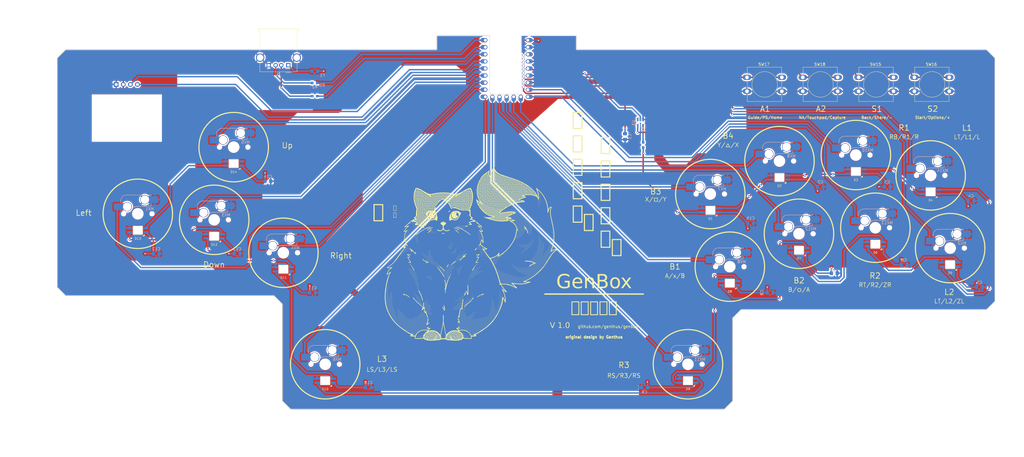
<source format=kicad_pcb>
(kicad_pcb (version 20221018) (generator pcbnew)
  (layers (0 "F.Cu" signal) (31 "B.Cu" signal) (34 "B.Paste" user) (35 "F.Paste" user) (36 "B.SilkS" user "B.Silkscreen") (37 "F.SilkS" user "F.Silkscreen") (38 "B.Mask" user) (39 "F.Mask" user) (44 "Edge.Cuts" user))
  (net 0 "")
  (net 1 "LEFT")
  (net 2 "GND")
  (net 3 "L2")
  (net 4 "DOWN")
  (net 5 "RIGHT")
  (net 6 "UP")
  (net 7 "L3")
  (net 8 "B3")
  (net 9 "B1")
  (net 10 "B4")
  (net 11 "R1")
  (net 12 "R3")
  (net 13 "B2")
  (net 14 "R2")
  (net 15 "L1")
  (net 16 "A2")
  (net 17 "A1")
  (net 18 "S2")
  (net 19 "S1")
  (net 20 "+5V")
  (net 21 "OLED SCL")
  (net 22 "OLED SDA")
  (net 24 "Net-(D1-DIN)")
  (net 25 "Net-(D1-DOUT)")
  (net 26 "Net-(D2-DOUT)")
  (net 27 "Net-(D3-DOUT)")
  (net 28 "Net-(D4-DOUT)")
  (net 29 "Net-(D5-DOUT)")
  (net 30 "Net-(D6-DOUT)")
  (net 31 "Net-(D7-DOUT)")
  (net 32 "Net-(D8-DOUT)")
  (net 33 "Net-(D10-DIN)")
  (net 34 "Net-(D10-DOUT)")
  (net 35 "Net-(D11-DOUT)")
  (net 36 "Net-(D12-DOUT)")
  (net 37 "Net-(D13-DOUT)")
  (net 39 "Net-(J1-VBUS)")
  (net 40 "Net-(J1-D-)")
  (net 41 "Net-(J1-D+)")
  (net 42 "USBA D-")
  (net 43 "USBA D+")
  (net 44 "Net-(U3-Y)")
  (net 45 "RGB LED")
  (footprint "haku:SK6812-MINI-E_MX" (layer "F.Cu") (at 364.528 91.93503)
    (fp_text reference "D4")
    (fp_text value "SK6812" hide)
    (fp_line (start -1.7 4.4) (end -1.7 7.4) (stroke (width 0.12)) (layer "Edge.Cuts"))
    (fp_line (start -1.7 7.4) (end 1.7 7.4) (stroke (width 0.12)) (layer "Edge.Cuts"))
    (fp_line (start 1.7 4.4) (end -1.7 4.4) (stroke (width 0.12)) (layer "Edge.Cuts"))
    (fp_line (start 1.7 7.4) (end 1.7 4.4) (stroke (width 0.12)) (layer "Edge.Cuts"))
  )
  (footprint "haku:SK6812-MINI-E_MX" (layer "F.Cu") (at 310.3478 86.78223)
    (fp_text reference "D2")
    (fp_text value "SK6812" hide)
    (fp_line (start -1.7 4.4) (end -1.7 7.4) (stroke (width 0.12)) (layer "Edge.Cuts"))
    (fp_line (start -1.7 7.4) (end 1.7 7.4) (stroke (width 0.12)) (layer "Edge.Cuts"))
    (fp_line (start 1.7 4.4) (end -1.7 4.4) (stroke (width 0.12)) (layer "Edge.Cuts"))
    (fp_line (start 1.7 7.4) (end 1.7 4.4) (stroke (width 0.12)) (layer "Edge.Cuts"))
  )
  (footprint "haku:SK6812-MINI-E_MX" (layer "F.Cu") (at 292.55 124.68)
    (fp_text reference "D8")
    (fp_text value "SK6812" hide)
    (fp_line (start -1.7 4.4) (end -1.7 7.4) (stroke (width 0.12)) (layer "Edge.Cuts"))
    (fp_line (start -1.7 7.4) (end 1.7 7.4) (stroke (width 0.12)) (layer "Edge.Cuts"))
    (fp_line (start 1.7 4.4) (end -1.7 4.4) (stroke (width 0.12)) (layer "Edge.Cuts"))
    (fp_line (start 1.7 7.4) (end 1.7 4.4) (stroke (width 0.12)) (layer "Edge.Cuts"))
  )
  (footprint "haku:SW_PUSH-12mm_centered" (layer "F.Cu") (at 365.05 59.28223)
    (fp_text reference "SW16")
    (fp_text value "SW_SPST")
  )
  (footprint "haku:SK6812-MINI-E_MX" (layer "F.Cu") (at 147.55 159.68003)
    (fp_text reference "D10")
    (fp_text value "SK6812" hide)
    (fp_line (start -1.7 4.4) (end -1.7 7.4) (stroke (width 0.12)) (layer "Edge.Cuts"))
    (fp_line (start -1.7 7.4) (end 1.7 7.4) (stroke (width 0.12)) (layer "Edge.Cuts"))
    (fp_line (start 1.7 4.4) (end -1.7 4.4) (stroke (width 0.12)) (layer "Edge.Cuts"))
    (fp_line (start 1.7 7.4) (end 1.7 4.4) (stroke (width 0.12)) (layer "Edge.Cuts"))
  )
  (footprint "haku:SK6812-MINI-E_MX" (layer "F.Cu") (at 317.336 112.86226)
    (fp_text reference "D7")
    (fp_text value "SK6812" hide)
    (fp_line (start -1.7 4.4) (end -1.7 7.4) (stroke (width 0.12)) (layer "Edge.Cuts"))
    (fp_line (start -1.7 7.4) (end 1.7 7.4) (stroke (width 0.12)) (layer "Edge.Cuts"))
    (fp_line (start 1.7 4.4) (end -1.7 4.4) (stroke (width 0.12)) (layer "Edge.Cuts"))
    (fp_line (start 1.7 7.4) (end 1.7 4.4) (stroke (width 0.12)) (layer "Edge.Cuts"))
  )
  (footprint "haku:SK6812-MINI-E_MX" (layer "F.Cu") (at 132.55 119.68)
    (fp_text reference "D11")
    (fp_text value "SK6812" hide)
    (fp_line (start -1.7 4.4) (end -1.7 7.4) (stroke (width 0.12)) (layer "Edge.Cuts"))
    (fp_line (start -1.7 7.4) (end 1.7 7.4) (stroke (width 0.12)) (layer "Edge.Cuts"))
    (fp_line (start 1.7 4.4) (end -1.7 4.4) (stroke (width 0.12)) (layer "Edge.Cuts"))
    (fp_line (start 1.7 7.4) (end 1.7 4.4) (stroke (width 0.12)) (layer "Edge.Cuts"))
  )
  (footprint "haku:SK6812-MINI-E_MX" (layer "F.Cu") (at 80.39 105.70373)
    (fp_text reference "D13")
    (fp_text value "SK6812" hide)
    (fp_line (start -1.7 4.4) (end -1.7 7.4) (stroke (width 0.12)) (layer "Edge.Cuts"))
    (fp_line (start -1.7 7.4) (end 1.7 7.4) (stroke (width 0.12)) (layer "Edge.Cuts"))
    (fp_line (start 1.7 4.4) (end -1.7 4.4) (stroke (width 0.12)) (layer "Edge.Cuts"))
    (fp_line (start 1.7 7.4) (end 1.7 4.4) (stroke (width 0.12)) (layer "Edge.Cuts"))
  )
  (footprint "haku:SK6812-MINI-E_MX" (layer "F.Cu") (at 371.516 118.01508)
    (fp_text reference "D5")
    (fp_text value "SK6812" hide)
    (fp_line (start -1.7 4.4) (end -1.7 7.4) (stroke (width 0.12)) (layer "Edge.Cuts"))
    (fp_line (start -1.7 7.4) (end 1.7 7.4) (stroke (width 0.12)) (layer "Edge.Cuts"))
    (fp_line (start 1.7 4.4) (end -1.7 4.4) (stroke (width 0.12)) (layer "Edge.Cuts"))
    (fp_line (start 1.7 7.4) (end 1.7 4.4) (stroke (width 0.12)) (layer "Edge.Cuts"))
  )
  (footprint "haku:SK6812-MINI-E_MX" (layer "F.Cu") (at 114.7522 81.78223)
    (fp_text reference "D14")
    (fp_text value "SK6812" hide)
    (fp_line (start -1.7 4.4) (end -1.7 7.4) (stroke (width 0.12)) (layer "Edge.Cuts"))
    (fp_line (start -1.7 7.4) (end 1.7 7.4) (stroke (width 0.12)) (layer "Edge.Cuts"))
    (fp_line (start 1.7 4.4) (end -1.7 4.4) (stroke (width 0.12)) (layer "Edge.Cuts"))
    (fp_line (start 1.7 7.4) (end 1.7 4.4) (stroke (width 0.12)) (layer "Edge.Cuts"))
  )
  (footprint "Connector_USB:USB_A_Molex_67643_Horizontal" (layer "F.Cu") (at 134.3 52.39 180)
    (fp_text reference "J1")
    (fp_text value "USB_A")
  )
  (footprint "haku:SW_PUSH-12mm_centered" (layer "F.Cu") (at 325.05 59.28223)
    (fp_text reference "SW18")
    (fp_text value "SW_SPST")
  )
  (footprint "haku:hakuSilk" (layer "F.Cu") (at 200 120.867271)
    (fp_text reference "G***" hide)
    (fp_text value "LOGO" hide)
  )
  (footprint "haku:SK6812-MINI-E_MX" (layer "F.Cu") (at 277.55 159.68003)
    (fp_text reference "D9")
    (fp_text value "SK6812" hide)
    (fp_line (start -1.7 4.4) (end -1.7 7.4) (stroke (width 0.12)) (layer "Edge.Cuts"))
    (fp_line (start -1.7 7.4) (end 1.7 7.4) (stroke (width 0.12)) (layer "Edge.Cuts"))
    (fp_line (start 1.7 4.4) (end -1.7 4.4) (stroke (width 0.12)) (layer "Edge.Cuts"))
    (fp_line (start 1.7 7.4) (end 1.7 4.4) (stroke (width 0.12)) (layer "Edge.Cuts"))
  )
  (footprint "haku:SW_PUSH-12mm_centered" (layer "F.Cu") (at 305.05 59.28223)
    (fp_text reference "SW17")
    (fp_text value "SW_SPST")
  )
  (footprint "haku:SW_PUSH-12mm_centered" (layer "F.Cu") (at 345.05 59.28223)
    (fp_text reference "SW15")
    (fp_text value "SW_SPST")
  )
  (footprint "haku:SK6812-MINI-E_MX" (layer "F.Cu") (at 344.71 110.70373)
    (fp_text reference "D6")
    (fp_text value "SK6812" hide)
    (fp_line (start -1.7 4.4) (end -1.7 7.4) (stroke (width 0.12)) (layer "Edge.Cuts"))
    (fp_line (start -1.7 7.4) (end 1.7 7.4) (stroke (width 0.12)) (layer "Edge.Cuts"))
    (fp_line (start 1.7 4.4) (end -1.7 4.4) (stroke (width 0.12)) (layer "Edge.Cuts"))
    (fp_line (start 1.7 7.4) (end 1.7 4.4) (stroke (width 0.12)) (layer "Edge.Cuts"))
  )
  (footprint "haku:SK6812-MINI-E_MX" (layer "F.Cu") (at 337.722 84.62373)
    (fp_text reference "D3")
    (fp_text value "SK6812" hide)
    (fp_line (start -1.7 4.4) (end -1.7 7.4) (stroke (width 0.12)) (layer "Edge.Cuts"))
    (fp_line (start -1.7 7.4) (end 1.7 7.4) (stroke (width 0.12)) (layer "Edge.Cuts"))
    (fp_line (start 1.7 4.4) (end -1.7 4.4) (stroke (width 0.12)) (layer "Edge.Cuts"))
    (fp_line (start 1.7 7.4) (end 1.7 4.4) (stroke (width 0.12)) (layer "Edge.Cuts"))
  )
  (footprint "haku:SK6812-MINI-E_MX" (layer "F.Cu") (at 107.764 107.86223)
    (fp_text reference "D12")
    (fp_text value "SK6812" hide)
    (fp_line (start -1.7 4.4) (end -1.7 7.4) (stroke (width 0.12)) (layer "Edge.Cuts"))
    (fp_line (start -1.7 7.4) (end 1.7 7.4) (stroke (width 0.12)) (layer "Edge.Cuts"))
    (fp_line (start 1.7 4.4) (end -1.7 4.4) (stroke (width 0.12)) (layer "Edge.Cuts"))
    (fp_line (start 1.7 7.4) (end 1.7 4.4) (stroke (width 0.12)) (layer "Edge.Cuts"))
  )
  (footprint "haku:SK6812-MINI-E_MX" (layer "F.Cu") (at 285.6 98.55)
    (fp_text reference "D1")
    (fp_text value "SK6812" hide)
    (fp_line (start -1.7 4.4) (end -1.7 7.4) (stroke (width 0.12)) (layer "Edge.Cuts"))
    (fp_line (start -1.7 7.4) (end 1.7 7.4) (stroke (width 0.12)) (layer "Edge.Cuts"))
    (fp_line (start 1.7 4.4) (end -1.7 4.4) (stroke (width 0.12)) (layer "Edge.Cuts"))
    (fp_line (start 1.7 7.4) (end 1.7 4.4) (stroke (width 0.12)) (layer "Edge.Cuts"))
  )
  (footprint "haku:OLED-128x64" (layer "F.Cu") (at 76.45 59.3)
    (fp_text reference "U1" hide)
    (fp_text value "DM-OLED096-636")
    (fp_rect (start -12.5 3.6) (end 12.5 20.5) (stroke (width 0.05)) (fill none) (layer "Edge.Cuts"))
  )
  (footprint "Capacitor_SMD:C_0805_2012Metric_Pad1.18x1.45mm_HandSolder" (layer "B.Cu") (at 87 120 180)
    (fp_text reference "C13")
    (fp_text value "100nF")
  )
  (footprint "PCM_marbastlib-mx:SW_MX_HS_1u" (layer "B.Cu") (at 317.336 112.86226 180)
    (fp_text reference "MX12")
    (fp_text value "MX_SW_HS")
  )
  (footprint "Capacitor_SMD:C_0805_2012Metric_Pad1.18x1.45mm_HandSolder" (layer "B.Cu") (at 127 94 180)
    (fp_text reference "C14")
    (fp_text value "100nF")
  )
  (footprint "Capacitor_SMD:C_0805_2012Metric_Pad1.18x1.45mm_HandSolder" (layer "B.Cu") (at 325 96 180)
    (fp_text reference "C2")
    (fp_text value "100nF")
  )
  (footprint "Capacitor_SMD:C_0805_2012Metric_Pad1.18x1.45mm_HandSolder" (layer "B.Cu") (at 379 101 180)
    (fp_text reference "C4")
    (fp_text value "100nF")
  )
  (footprint "Capacitor_SMD:C_0805_2012Metric_Pad1.18x1.45mm_HandSolder" (layer "B.Cu") (at 349 96 180)
    (fp_text reference "C3")
    (fp_text value "100nF")
  )
  (footprint "PCM_marbastlib-mx:SW_MX_HS_1u" (layer "B.Cu") (at 337.722 84.62373 180)
    (fp_text reference "MX10")
    (fp_text value "MX_SW_HS")
  )
  (footprint "PCM_marbastlib-mx:SW_MX_HS_1u" (layer "B.Cu") (at 371.516 118.01508 180)
    (fp_text reference "MX2")
    (fp_text value "MX_SW_HS")
  )
  (footprint "Capacitor_SMD:C_0805_2012Metric_Pad1.18x1.45mm_HandSolder" (layer "B.Cu") (at 382 132 180)
    (fp_text reference "C5")
    (fp_text value "100nF")
  )
  (footprint "Capacitor_SMD:C_0805_2012Metric_Pad1.18x1.45mm_HandSolder" (layer "B.Cu") (at 355.0375 124 180)
    (fp_text reference "C6")
    (fp_text value "100nF")
  )
  (footprint "PCM_marbastlib-mx:SW_MX_HS_1u" (layer "B.Cu") (at 292.55 124.68 180)
    (fp_text reference "MX8")
    (fp_text value "MX_SW_HS")
  )
  (footprint "PCM_marbastlib-mx:SW_MX_HS_1u" (layer "B.Cu") (at 80.39 105.70373 180)
    (fp_text reference "MX1")
    (fp_text value "MX_SW_HS")
  )
  (footprint "PCM_marbastlib-mx:SW_MX_HS_1u" (layer "B.Cu") (at 285.5619 98.60003 180)
    (fp_text reference "MX7")
    (fp_text value "MX_SW_HS")
  )
  (footprint "Fuse:Fuse_0805_2012Metric_Pad1.15x1.40mm_HandSolder" (layer "B.Cu") (at 143.8 54.5)
    (fp_text reference "F1")
    (fp_text value "1A")
  )
  (footprint "PCM_marbastlib-mx:SW_MX_HS_1u" (layer "B.Cu") (at 364.528 91.93503 180)
    (fp_text reference "MX14")
    (fp_text value "MX_SW_HS")
  )
  (footprint "PCM_marbastlib-mx:SW_MX_HS_1u" (layer "B.Cu") (at 147.55 159.68003 180)
    (fp_text reference "MX6")
    (fp_text value "MX_SW_HS")
  )
  (footprint "PCM_marbastlib-mx:SW_MX_HS_1u" (layer "B.Cu") (at 344.71 110.70373 180)
    (fp_text reference "MX13")
    (fp_text value "MX_SW_HS")
  )
  (footprint "Resistor_SMD:R_0603_1608Metric_Pad0.98x0.95mm_HandSolder" (layer "B.Cu") (at 261.5 81 90)
    (fp_text reference "R3")
    (fp_text value "22Ω")
  )
  (footprint "PCM_marbastlib-mx:SW_MX_HS_1u" (layer "B.Cu") (at 310.3478 86.78223 180)
    (fp_text reference "MX9")
    (fp_text value "MX_SW_HS")
  )
  (footprint "Capacitor_SMD:C_0805_2012Metric_Pad1.18x1.45mm_HandSolder" (layer "B.Cu") (at 116 120 180)
    (fp_text reference "C12")
    (fp_text value "100nF")
  )
  (footprint "Capacitor_SMD:C_0805_2012Metric_Pad1.18x1.45mm_HandSolder" (layer "B.Cu") (at 330 127 180)
    (fp_text reference "C7")
    (fp_text value "100nF")
  )
  (footprint "Capacitor_SMD:C_0805_2012Metric_Pad1.18x1.45mm_HandSolder" (layer "B.Cu") (at 300 109 180)
    (fp_text reference "C15")
    (fp_text value "100nF")
  )
  (footprint "Package_TO_SOT_SMD:SOT-23-5" (layer "B.Cu") (at 260.5 73 -90)
    (fp_text reference "U3")
    (fp_text value "SN74LV1T34DBV")
  )
  (footprint "Capacitor_SMD:C_0805_2012Metric_Pad1.18x1.45mm_HandSolder" (layer "B.Cu") (at 262 168)
    (fp_text reference "C9")
    (fp_text value "100nF")
  )
  (footprint "PCM_marbastlib-mx:SW_MX_HS_1u" (layer "B.Cu") (at 277.55 159.68003 180)
    (fp_text reference "MX11")
    (fp_text value "MX_SW_HS")
  )
  (footprint "Capacitor_SMD:C_0805_2012Metric_Pad1.18x1.45mm_HandSolder" (layer "B.Cu") (at 143 134 180)
    (fp_text reference "C11")
    (fp_text value "100nF")
  )
  (footprint "PCM_marbastlib-mx:SW_MX_HS_1u" (layer "B.Cu") (at 114.7522 81.78223 180)
    (fp_text reference "MX5")
    (fp_text value "MX_SW_HS")
  )
  (footprint "Capacitor_SMD:C_0805_2012Metric_Pad1.18x1.45mm_HandSolder" (layer "B.Cu") (at 163 168 180)
    (fp_text reference "C10")
    (fp_text value "100nF")
  )
  (footprint "Capacitor_SMD:C_0805_2012Metric_Pad1.18x1.45mm_HandSolder" (layer "B.Cu") (at 255 78 90)
    (fp_text reference "C1")
    (fp_text value "100nF")
  )
  (footprint "PCM_marbastlib-mx:SW_MX_HS_1u" (layer "B.Cu") (at 107.764 107.86223 180)
    (fp_text reference "MX3")
    (fp_text value "MX_SW_HS")
  )
  (footprint "Resistor_SMD:R_0603_1608Metric_Pad0.98x0.95mm_HandSolder" (layer "B.Cu") (at 143.8 63.5 180)
    (fp_text reference "R1")
    (fp_text value "22Ω")
  )
  (footprint "Capacitor_SMD:C_0805_2012Metric_Pad1.18x1.45mm_HandSolder" (layer "B.Cu") (at 307 134 180)
    (fp_text reference "C8")
    (fp_text value "100nF")
  )
  (footprint "mcu:rp2040-zero-tht-pads" (layer "B.Cu") (at 212.55 53.56 180)
    (fp_text reference "U2" hide)
    (fp_text value "rp2040-zero" hide)
    (fp_line (start -5.334 -9.25) (end 6 -9.25) (stroke (width 0.12)) (layer "Edge.Cuts"))
    (fp_line (start -5.334 11.75) (end -5.334 -9.25) (stroke (width 0.12)) (layer "Edge.Cuts"))
    (fp_line (start 6 -9.25) (end 6 11.75) (stroke (width 0.12)) (layer "Edge.Cuts"))
  )
  (footprint "Resistor_SMD:R_0603_1608Metric_Pad0.98x0.95mm_HandSolder" (layer "B.Cu") (at 143.8 58.755)
    (fp_text reference "R2")
    (fp_text value "22Ω")
  )
  (footprint "PCM_marbastlib-mx:SW_MX_HS_1u" (layer "B.Cu") (at 132.55 119.68 180)
    (fp_text reference "MX4")
    (fp_text value "MX_SW_HS")
  )
  (gr_circle locked (center 114.7522 81.78223) (end 127.2022 81.78223) (stroke (width 0.4)) (fill none) (layer "F.SilkS"))
  (gr_circle locked (center 80.39 105.70373) (end 92.84 105.70373) (stroke (width 0.4)) (fill none) (layer "F.SilkS"))
  (gr_circle locked (center 147.55 159.68003) (end 160 159.68003) (stroke (width 0.4)) (fill none) (layer "F.SilkS"))
  (gr_line (start 261.5375 134.5) (end 226.2875 134.5) (stroke (width 0.5)) (layer "F.SilkS"))
  (gr_circle locked (center 310.3478 86.78223) (end 322.7978 86.78223) (stroke (width 0.4)) (fill none) (layer "F.SilkS"))
  (gr_circle locked (center 292.55 124.68) (end 305 124.68) (stroke (width 0.4)) (fill none) (layer "F.SilkS"))
  (gr_circle locked (center 317.336 112.86226) (end 329.786 112.86226) (stroke (width 0.4)) (fill none) (layer "F.SilkS"))
  (gr_circle locked (center 364.528 91.93503) (end 376.978 91.93503) (stroke (width 0.4)) (fill none) (layer "F.SilkS"))
  (gr_circle locked (center 107.764 107.86223) (end 120.214 107.86223) (stroke (width 0.4)) (fill none) (layer "F.SilkS"))
  (gr_circle locked (center 337.722 84.62373) (end 350.172 84.62373) (stroke (width 0.4)) (fill none) (layer "F.SilkS"))
  (gr_circle locked (center 277.55 159.68003) (end 290 159.68003) (stroke (width 0.4)) (fill none) (layer "F.SilkS"))
  (gr_circle locked (center 285.5619 98.60003) (end 298.0119 98.60003) (stroke (width 0.4)) (fill none) (layer "F.SilkS"))
  (gr_circle locked (center 344.71 110.70373) (end 357.16 110.70373) (stroke (width 0.4)) (fill none) (layer "F.SilkS"))
  (gr_circle locked (center 132.55 119.68) (end 145 119.68) (stroke (width 0.4)) (fill none) (layer "F.SilkS"))
  (gr_circle locked (center 371.516 118.01508) (end 383.966 118.01508) (stroke (width 0.4)) (fill none) (layer "F.SilkS"))
  (gr_line locked (start 54.546 46.83) (end 51.546 49.83) (stroke (width 0.2)) (layer "Edge.Cuts"))
  (gr_line locked (start 187.55 46.83) (end 54.546 46.83) (stroke (width 0.2)) (layer "Edge.Cuts"))
  (gr_line locked (start 387.546 137.0688) (end 387.546 49.83) (stroke (width 0.2)) (layer "Edge.Cuts"))
  (gr_line locked (start 384.546 46.83) (end 237.55 46.83) (stroke (width 0.2)) (layer "Edge.Cuts"))
  (gr_line locked (start 290.55 175.83) (end 293.55 172.83) (stroke (width 0.2)) (layer "Edge.Cuts"))
  (gr_line locked (start 135.209 175.83) (end 290.55 175.83) (stroke (width 0.2)) (layer "Edge.Cuts"))
  (gr_line locked (start 296.55 140.0688) (end 384.546 140.0688) (stroke (width 0.2)) (layer "Edge.Cuts"))
  (gr_line locked (start 293.55 172.83) (end 293.55 143.0688) (stroke (width 0.2)) (layer "Edge.Cuts"))
  (gr_line locked (start 51.546 49.83) (end 51.546 132.0688) (stroke (width 0.2)) (layer "Edge.Cuts"))
  (gr_line locked (start 293.55 143.0688) (end 296.55 140.0688) (stroke (width 0.2)) (layer "Edge.Cuts"))
  (gr_line (start 217.884 41.81) (end 237.55 41.81) (stroke (width 0.1)) (layer "Edge.Cuts"))
  (gr_line (start 237.55 46.83) (end 237.55 41.81) (stroke (width 0.2)) (layer "Edge.Cuts"))
  (gr_line locked (start 132.209 138.0688) (end 132.209 172.83) (stroke (width 0.2)) (layer "Edge.Cuts"))
  (gr_line locked (start 54.546 135.0688) (end 129.209 135.0688) (stroke (width 0.2)) (layer "Edge.Cuts"))
  (gr_line locked (start 129.209 135.0688) (end 132.209 138.0688) (stroke (width 0.2)) (layer "Edge.Cuts"))
  (gr_line locked (start 51.546 132.0688) (end 54.546 135.0688) (stroke (width 0.2)) (layer "Edge.Cuts"))
  (gr_line locked (start 384.546 140.0688) (end 387.546 137.0688) (stroke (width 0.2)) (layer "Edge.Cuts"))
  (gr_line locked (start 387.546 49.83) (end 384.546 46.83) (stroke (width 0.2)) (layer "Edge.Cuts"))
  (gr_line (start 187.55 41.81) (end 187.55 46.83) (stroke (width 0.2)) (layer "Edge.Cuts"))
  (gr_line (start 206.55 41.81) (end 187.55 41.81) (stroke (width 0.2)) (layer "Edge.Cuts"))
  (gr_line locked (start 132.209 172.83) (end 135.209 175.83) (stroke (width 0.2)) (layer "Edge.Cuts"))
  (gr_text locked "Guide/PS/Home" (at 305.2 71.75) (layer "F.SilkS") (effects (font (size 1 1) (thickness 0.1875)) (justify bottom)))
  (gr_text locked "B4" (at 291.95 78.9) (layer "F.SilkS") (effects (font (size 2 2) (thickness 0.25)) (justify bottom)))
  (gr_text "は\nく" (at 172.5 107) (layer "F.SilkS") (effects (font (size 1.5 1.5)) (justify bottom)))
  (gr_text locked "X/□/Y" (at 266 101.4) (layer "F.SilkS") (effects (font (size 1.5 1.5) (thickness 0.1875)) (justify bottom)))
  (gr_text locked "NA/Touchpad/Capture" (at 325.7 71.75) (layer "F.SilkS") (effects (font (size 1 1) (thickness 0.1875)) (justify bottom)))
  (gr_text "github.com/genthus/genbox" (at 238.0375 146.75) (layer "F.SilkS") (effects (font (size 1 1)) (justify left bottom)))
  (gr_text locked "R3" (at 254.6 161.15) (layer "F.SilkS") (effects (font (size 2 2) (thickness 0.25)) (justify bottom)))
  (gr_text locked "LT/L1/L" (at 377.55 79.05) (layer "F.SilkS") (effects (font (size 1.5 1.5) (thickness 0.1875)) (justify bottom)))
  (gr_text locked "Start/Options/+" (at 365.25 71.75) (layer "F.SilkS") (effects (font (size 1 1) (thickness 0.1875)) (justify bottom)))
  (gr_text locked "A/x/B" (at 272.9 128.85) (layer "F.SilkS") (effects (font (size 1.5 1.5) (thickness 0.1875)) (justify bottom)))
  (gr_text locked "S2" (at 365.25 69.25) (layer "F.SilkS") (effects (font (size 2 2) (thickness 0.25)) (justify bottom)))
  (gr_text "original design by Genthus\n" (at 243.9125 150.5) (layer "F.SilkS") (effects (font (size 1 1) (thickness 0.25) bold) (justify bottom)))
  (gr_text locked "Left" (at 58 106.55) (layer "F.SilkS") (effects (font (size 2 2) (thickness 0.25)) (justify left bottom)))
  (gr_text locked "R1" (at 355 76) (layer "F.SilkS") (effects (font (size 2 2) (thickness 0.25)) (justify bottom)))
  (gr_text "戦\nい\nの\n中\nに" (at 248 117.5) (layer "F.SilkS") (effects (font (size 5 5) (thickness 1) bold) (justify bottom)))
  (gr_text "答\nえ\nは\nあ\nる" (at 238 108.5) (layer "F.SilkS") (effects (font (size 5 5) (thickness 1) bold) (justify bottom)))
  (gr_text locked "Right" (at 149.15 121.9) (layer "F.SilkS") (effects (font (size 2 2) (thickness 0.25)) (justify left bottom)))
  (gr_text locked "B1" (at 272.9 125.85) (layer "F.SilkS") (effects (font (size 2 2) (thickness 0.25)) (justify bottom)))
  (gr_text locked "L1" (at 377.55 76.05) (layer "F.SilkS") (effects (font (size 2 2) (thickness 0.25)) (justify bottom)))
  (gr_text locked "RT/R2/ZR" (at 344.6 132.1) (layer "F.SilkS") (effects (font (size 1.5 1.5) (thickness 0.1875)) (justify bottom)))
  (gr_text locked "A1" (at 305.2 69.25) (layer "F.SilkS") (effects (font (size 2 2) (thickness 0.25)) (justify bottom)))
  (gr_text locked "B2\n" (at 317.35 130.8) (layer "F.SilkS") (effects (font (size 2 2) (thickness 0.25)) (justify bottom)))
  (gr_text locked "Down" (at 103.7 125.1) (layer "F.SilkS") (effects (font (size 2 2) (thickness 0.25)) (justify left bottom)))
  (gr_text "ゲンボクス" (at 243.9125 141.75) (layer "F.SilkS") (effects (font (size 4 4) (thickness 0.8) bold) (justify bottom)))
  (gr_text locked "S1" (at 345.25 69.25) (layer "F.SilkS") (effects (font (size 2 2) (thickness 0.25)) (justify bottom)))
  (gr_text locked "L2" (at 371.2 134.95) (layer "F.SilkS") (effects (font (size 2 2) (thickness 0.25)) (justify bottom)))
  (gr_text locked "LS/L3/LS" (at 167.9 162.45) (layer "F.SilkS") (effects (font (size 1.5 1.5) (thickness 0.1875)) (justify bottom)))
  (gr_text "白" (at 164.5 108) (layer "F.SilkS") (effects (font (size 5 5)) (justify left bottom)))
  (gr_text locked "Up" (at 131.85 82.35) (layer "F.SilkS") (effects (font (size 2 2) (thickness 0.25)) (justify left bottom)))
  (gr_text locked "R2" (at 344.6 129.1) (layer "F.SilkS") (effects (font (size 2 2) (thickness 0.25)) (justify bottom)))
  (gr_text "V 1.0" (at 228.0375 147) (layer "F.SilkS") (effects (font (size 2 2) (thickness 0.25)) (justify left bottom)))
  (gr_text locked "RB/R1/R" (at 355 79) (layer "F.SilkS") (effects (font (size 1.5 1.5) (thickness 0.1875)) (justify bottom)))
  (gr_text locked "RS/R3/RS" (at 254.6 164.65) (layer "F.SilkS") (effects (font (size 1.5 1.5) (thickness 0.1875)) (justify bottom)))
  (gr_text locked "B/○/A" (at 317.35 133.8) (layer "F.SilkS") (effects (font (size 1.5 1.5) (thickness 0.1875)) (justify bottom)))
  (gr_text locked "Back/Share/-" (at 345.25 71.75) (layer "F.SilkS") (effects (font (size 1 1) (thickness 0.1875)) (justify bottom)))
  (gr_text locked "A2" (at 325.2 69.25) (layer "F.SilkS") (effects (font (size 2 2) (thickness 0.25)) (justify bottom)))
  (gr_text locked "L3" (at 167.9 158.95) (layer "F.SilkS") (effects (font (size 2 2) (thickness 0.25)) (justify bottom)))
  (gr_text locked "B3" (at 266 98.9) (layer "F.SilkS") (effects (font (size 2 2) (thickness 0.25)) (justify bottom)))
  (gr_text locked "Y/△/X" (at 291.95 81.9) (layer "F.SilkS") (effects (font (size 1.5 1.5) (thickness 0.1875)) (justify bottom)))
  (gr_text "。" (at 242 111.5) (layer "F.SilkS") (effects (font (size 5 5) (thickness 1) bold) (justify bottom)))
  (gr_text "、" (at 252 120.5) (layer "F.SilkS") (effects (font (size 5 5) (thickness 1) bold) (justify bottom)))
  (gr_text locked "LT/L2/ZL" (at 371.2 137.95) (layer "F.SilkS") (effects (font (size 1.5 1.5) (thickness 0.1875)) (justify bottom)))
  (gr_text "GenBox" (at 243.9125 133.25) (layer "F.SilkS") (effects (font (size 5 5) (thickness 0.625)) (justify bottom)))
  (segment (start 201.36 58.64) (end 149.5 110.5) (width 0.5) (layer "B.Cu") (net 1))
  (segment (start 120.5 123.5) (end 119 125) (width 0.5) (layer "B.Cu") (net 1))
  (segment (start 149.5 110.5) (end 124 110.5) (width 0.5) (layer "B.Cu") (net 1))
  (segment (start 119 125) (end 81.5 125) (width 0.5) (layer "B.Cu") (net 1))
  (segment (start 81.5 125) (end 73.03 116.53) (width 0.5) (layer "B.Cu") (net 1))
  (segment (start 73.03 116.53) (end 73.03 103.16373) (width 0.5) (layer "B.Cu") (net 1))
  (segment (start 120.5 114) (end 120.5 123.5) (width 0.5) (layer "B.Cu") (net 1))
  (segment (start 124 110.5) (end 120.5 114) (width 0.5) (layer "B.Cu") (net 1))
  (segment (start 204.93 58.64) (end 201.36 58.64) (width 0.5) (layer "B.Cu") (net 1))
  (segment (start 218.646 47.604) (end 218.75 47.5) (width 0.5) (layer "B.Cu") (net 2))
  (segment (start 261.45 71.8625) (end 261.45 70.3) (width 0.5) (layer "B.Cu") (net 2))
  (segment (start 218.646 48.804) (end 218.646 47.604) (width 0.5) (layer "B.Cu") (net 2))
  (segment (start 286 62.5) (end 219.5 62.5) (width 0.5) (layer "F.Cu") (net 3))
  (segment (start 218.646 61.646) (end 218.646 60.234) (width 0.5) (layer "F.Cu") (net 3))
  (segment (start 293.5 70) (end 286 62.5) (width 0.5) (layer "F.Cu") (net 3))
  (segment (start 219.5 62.5) (end 218.646 61.646) (width 0.5) (layer "F.Cu") (net 3))
  (via (at 293.5 70) (size 0.8) (drill 0.4) (layers "F.Cu" "B.Cu") (net 3))
  (segment (start 364.156 111.656) (end 364.156 115.47508) (width 0.5) (layer "B.Cu") (net 3))
  (segment (start 355 102.5) (end 364.156 111.656) (width 0.5) (layer "B.Cu") (net 3))
  (segment (start 345 70) (end 355 80) (width 0.5) (layer "B.Cu") (net 3))
  (segment (start 293.5 70) (end 345 70) (width 0.5) (layer "B.Cu") (net 3))
  (segment (start 355 80) (end 355 102.5) (width 0.5) (layer "B.Cu") (net 3))
  (segment (start 179.818172 58.5) (end 138.818172 99.5) (width 0.5) (layer "B.Cu") (net 4))
  (segment (start 199 58.5) (end 179.818172 58.5) (width 0.5) (layer "B.Cu") (net 4))
  (segment (start 138.818172 99.5) (end 106.22623 99.5) (width 0.5) (layer "B.Cu") (net 4))
  (segment (start 201.4 56.1) (end 199 58.5) (width 0.5) (layer "B.Cu") (net 4))
  (segment (start 204.93 56.1) (end 201.4 56.1) (width 0.5) (layer "B.Cu") (net 4))
  (segment (start 106.22623 99.5) (end 100.404 105.32223) (width 0.5) (layer "B.Cu") (net 4))
  (segment (start 201.32 61.18) (end 145.36 117.14) (width 0.5) (layer "B.Cu") (net 5))
  (segment (start 204.93 61.18) (end 201.32 61.18) (width 0.5) (layer "B.Cu") (net 5))
  (segment (start 145.36 117.14) (end 125.19 117.14) (width 0.5) (layer "B.Cu") (net 5))
  (segment (start 201 53.5) (end 198.5 56) (width 0.5) (layer "B.Cu") (net 6))
  (segment (start 179.01005 56) (end 162.01005 73) (width 0.5) (layer "B.Cu") (net 6))
  (segment (start 113.63443 73) (end 107.3922 79.24223) (width 0.5) (layer "B.Cu") (net 6))
  (segment (start 204.93 53.56) (end 204.87 53.5) (width 0.5) (layer "B.Cu") (net 6))
  (segment (start 162.01005 73) (end 113.63443 73) (width 0.5) (layer "B.Cu") (net 6))
  (segment (start 204.87 53.5) (end 201 53.5) (width 0.5) (layer "B.Cu") (net 6))
  (segment (start 198.5 56) (end 179.01005 56) (width 0.5) (layer "B.Cu") (net 6))
  (segment (start 204.93 87.07) (end 140.19 151.81) (width 0.5) (layer "B.Cu") (net 7))
  (segment (start 140.19 151.81) (end 140.19 157.14003) (width 0.5) (layer "B.Cu") (net 7))
  (segment (start 204.93 63.72) (end 204.93 87.07) (width 0.5) (layer "B.Cu") (net 7))
  (segment (start 239.56003 96.06003) (end 278.2019 96.06003) (width 0.5) (layer "B.Cu") (net 8))
  (segment (start 212.55 63.72) (end 212.55 69.05) (width 0.5) (layer "B.Cu") (net 8))
  (segment (start 212.55 69.05) (end 239.56003 96.06003) (width 0.5) (layer "B.Cu") (net 8))
  (segment (start 210.01 69.01) (end 263.14 122.14) (width 0.5) (layer "B.Cu") (net 9))
  (segment (start 263.14 122.14) (end 285.19 122.14) (width 0.5) (layer "B.Cu") (net 9))
  (segment (start 210.01 63.72) (end 210.01 69.01) (width 0.5) (layer "B.Cu") (net 9))
  (segment (start 217.63 69.13) (end 237 88.5) (width 0.5) (layer "B.Cu") (net 10))
  (segment (start 298.73003 88.5) (end 302.9878 84.24223) (width 0.5) (layer "B.Cu") (net 10))
  (segment (start 217.63 63.72) (end 217.63 69.13) (width 0.5) (layer "B.Cu") (net 10))
  (segment (start 237 88.5) (end 298.73003 88.5) (width 0.5) (layer "B.Cu") (net 10))
  (segment (start 292 72.5) (end 320.77827 72.5) (width 0.5) (layer "B.Cu") (net 11))
  (segment (start 320.77827 72.5) (end 330.362 82.08373) (width 0.5) (layer "B.Cu") (net 11))
  (segment (start 232.18 61.18) (end 256.5 85.5) (width 0.5) (layer "B.Cu") (net 11))
  (segment (start 256.5 85.5) (end 279 85.5) (width 0.5) (layer "B.Cu") (net 11))
  (segment (start 220.17 61.18) (end 232.18 61.18) (width 0.5) (layer "B.Cu") (net 11))
  (segment (start 279 85.5) (end 292 72.5) (width 0.5) (layer "B.Cu") (net 11))
  (segment (start 207.47 94.42003) (end 270.19 157.14003) (width 0.5) (layer "B.Cu") (net 12))
  (segment (start 207.47 63.72) (end 207.47 94.42003) (width 0.5) (layer "B.Cu") (net 12))
  (segment (start 295.5 90) (end 309.976 104.476) (width 0.5) (layer "B.Cu") (net 13))
  (segment (start 309.976 104.476) (end 309.976 110.32226) (width 0.5) (layer "B.Cu") (net 13))
  (segment (start 215.09 69.09) (end 236 90) (width 0.5) (layer "B.Cu") (net 13))
  (segment (start 236 90) (end 295.5 90) (width 0.5) (layer "B.Cu") (net 13))
  (segment (start 215.09 63.72) (end 215.09 69.09) (width 0.5) (layer "B.Cu") (net 13))
  (segment (start 326.5 92) (end 337.35 102.85) (width 0.5) (layer "B.Cu") (net 14))
  (segment (start 255.5 87) (end 280 87) (width 0.5) (layer "B.Cu") (net 14))
  (segment (start 320 74.5) (end 326.5 81) (width 0.5) (layer "B.Cu") (net 14))
  (segment (start 292.5 74.5) (end 320 74.5) (width 0.5) (layer "B.Cu") (net 14))
  (segment (start 280 87) (end 292.5 74.5) (width 0.5) (layer "B.Cu") (net 14))
  (segment (start 232.22 63.72) (end 255.5 87) (width 0.5) (layer "B.Cu") (net 14))
  (segment (start 326.5 81) (end 326.5 92) (width 0.5) (layer "B.Cu") (net 14))
  (segment (start 220.17 63.72) (end 232.22 63.72) (width 0.5) (layer "B.Cu") (net 14))
  (segment (start 337.35 102.85) (end 337.35 108.16373) (width 0.5) (layer "B.Cu") (net 14))
  (segment (start 219.617751 59.84) (end 218.741751 58.964) (width 0.5) (layer "F.Cu") (net 15))
  (segment (start 285.84 59.84) (end 219.617751 59.84) (width 0.5) (layer "F.Cu") (net 15))
  (segment (start 218.741751 58.964) (end 218.646 58.964) (width 0.5) (layer "F.Cu") (net 15))
  (segment (start 294 68) (end 285.84 59.84) (width 0.5) (layer "F.Cu") (net 15))
  (via (at 294 68) (size 0.8) (drill 0.4) (layers "F.Cu" "B.Cu") (net 15))
  (segment (start 294 68) (end 347 68) (width 0.5) (layer "B.Cu") (net 15))
  (segment (start 357.168 78.168) (end 357.168 89.39503) (width 0.5) (layer "B.Cu") (net 15))
  (segment (start 347 68) (end 357.168 78.168) (width 0.5) (layer "B.Cu") (net 15))
  (segment (start 222.98 51.02) (end 224 50) (width 0.5) (layer "F.Cu") (net 16))
  (segment (start 224 50) (end 351.95777 50) (width 0.5) (layer "F.Cu") (net 16))
  (segment (start 358.7 56.74223) (end 371.2 56.74223) (width 0.5) (layer "F.Cu") (net 16))
  (segment (start 351.95777 50) (end 358.7 56.74223) (width 0.5) (layer "F.Cu") (net 16))
  (segment (start 220.17 51.02) (end 222.98 51.02) (width 0.5) (layer "F.Cu") (net 16))
  (segment (start 220.61 54) (end 223 54) (width 0.5) (layer "F.Cu") (net 17))
  (segment (start 333.95777 52) (end 338.7 56.74223) (width 0.5) (layer "F.Cu") (net 17))
  (segment (start 220.17 53.56) (end 220.61 54) (width 0.5) (layer "F.Cu") (net 17))
  (segment (start 223 54) (end 225 52) (width 0.5) (layer "F.Cu") (net 17))
  (segment (start 225 52) (end 333.95777 52) (width 0.5) (layer "F.Cu") (net 17))
  (segment (start 338.7 56.74223) (end 351.2 56.74223) (width 0.5) (layer "F.Cu") (net 17))
  (segment (start 225.713528 54) (end 315.95777 54) (width 0.5) (layer "F.Cu") (net 18))
  (segment (start 223.613528 56.1) (end 225.713528 54) (width 0.5) (layer "F.Cu") (net 18))
  (segment (start 315.95777 54) (end 318.7 56.74223) (width 0.5) (layer "F.Cu") (net 18))
  (segment (start 318.7 56.74223) (end 331.2 56.74223) (width 0.5) (layer "F.Cu") (net 18))
  (segment (start 220.17 56.1) (end 223.613528 56.1) (width 0.5) (layer "F.Cu") (net 18))
  (segment (start 298.7 56.74223) (end 311.2 56.74223) (width 0.5) (layer "F.Cu") (net 19))
  (segment (start 223.86 58.64) (end 225.75777 56.74223) (width 0.5) (layer "F.Cu") (net 19))
  (segment (start 220.17 58.64) (end 223.86 58.64) (width 0.5) (layer "F.Cu") (net 19))
  (segment (start 225.75777 56.74223) (end 298.7 56.74223) (width 0.5) (layer "F.Cu") (net 19))
  (segment (start 329 125) (end 329 123.5) (width 0.5) (layer "F.Cu") (net 20))
  (segment (start 346 96) (end 344.5 96) (width 0.5) (layer "F.Cu") (net 20))
  (segment (start 162 166) (end 162 165) (width 0.5) (layer "F.Cu") (net 20))
  (segment (start 354 122) (end 354 121) (width 0.5) (layer "F.Cu") (net 20))
  (segment (start 83 120) (end 81.5 120) (width 0.5) (layer "F.Cu") (net 20))
  (segment (start 255 75) (end 255 64) (width 0.5) (layer "F.Cu") (net 20))
  (segment (start 299 111) (end 299 112) (width 0.5) (layer "F.Cu") (net 20))
  (segment (start 378 103) (end 378 104.5) (width 0.5) (layer "F.Cu") (net 20))
  (segment (start 263 166) (end 263 164) (width 0.5) (layer "F.Cu") (net 20))
  (segment (start 113 120) (end 112 120) (width 0.5) (layer "F.Cu") (net 20))
  (segment (start 259.5 76.5) (end 266 76.5) (width 0.5) (layer "F.Cu") (net 20))
  (segment (start 306 132) (end 306 130.5) (width 0.5) (layer "F.Cu") (net 20))
  (segment (start 142 131.5) (end 142 130) (width 0.5) (layer "F.Cu") (net 20))
  (segment (start 324 97.5) (end 324 98.5) (width 0.5) (layer "F.Cu") (net 20))
  (segment (start 381 130.5) (end 381 129) (width 0.5) (layer "F.Cu") (net 20))
  (segment (start 126 91) (end 126 90) (width 0.5) (layer "F.Cu") (net 20))
  (via (at 378 103) (size 0.8) (drill 0.4) (layers "F.Cu" "B.Cu") (net 20))
  (via (at 147 54.5) (size 0.8) (drill 0.4) (layers "F.Cu" "B.Cu") (net 20))
  (via (at 259.5 76.5) (size 0.8) (drill 0.4) (layers "F.Cu" "B.Cu") (net 20))
  (via (at 126 91) (size 0.8) (drill 0.4) (layers "F.Cu" "B.Cu") (net 20))
  (via (at 324 97.5) (size 0.8) (drill 0.4) (layers "F.Cu" "B.Cu") (net 20))
  (via (at 224 43.5) (size 0.8) (drill 0.4) (layers "F.Cu" "B.Cu") (net 20))
  (via (at 306 132) (size 0.8) (drill 0.4) (layers "F.Cu" "B.Cu") (net 20))
  (via (at 354 122) (size 0.8) (drill 0.4) (layers "F.Cu" "B.Cu") (net 20))
  (via (at 329 125) (size 0.8) (drill 0.4) (layers "F.Cu" "B.Cu") (net 20))
  (via (at 346 96) (size 0.8) (drill 0.4) (layers "F.Cu" "B.Cu") (net 20))
  (via (at 113 120) (size 0.8) (drill 0.4) (layers "F.Cu" "B.Cu") (net 20))
  (via (at 162 166) (size 0.8) (drill 0.4) (layers "F.Cu" "B.Cu") (net 20))
  (via (at 255 75) (size 0.8) (drill 0.4) (layers "F.Cu" "B.Cu") (net 20))
  (via (at 142 131.5) (size 0.8) (drill 0.4) (layers "F.Cu" "B.Cu") (net 20))
  (via (at 381 130.5) (size 0.8) (drill 0.4) (layers "F.Cu" "B.Cu") (net 20))
  (via (at 263 166) (size 0.8) (drill 0.4) (layers "F.Cu" "B.Cu") (net 20))
  (via (at 83 120) (size 0.8) (drill 0.4) (layers "F.Cu" "B.Cu") (net 20))
  (via (at 299 111) (size 0.8) (drill 0.4) (layers "F.Cu" "B.Cu") (net 20))
  (segment (start 139 134) (end 141.9625 134) (width 0.5) (layer "B.Cu") (net 20))
  (segment (start 380.9625 130.5375) (end 381 130.5) (width 0.5) (layer "B.Cu") (net 20))
  (segment (start 161.9625 168) (end 161.9625 166.0375) (width 0.5) (layer "B.Cu") (net 20))
  (segment (start 354 124) (end 354 122) (width 0.5) (layer "B.Cu") (net 20))
  (segment (start 305.9625 132.0375) (end 306 132) (width 0.5) (layer "B.Cu") (net 20))
  (segment (start 295.1625 105.2) (end 298.9625 109) (width 0.5) (layer "B.Cu") (net 20))
  (segment (start 328.9625 127) (end 328.9625 125.0375) (width 0.5) (layer "B.Cu") (net 20))
  (segment (start 135.1 126.33) (end 135.1 130.1) (width 0.5) (layer "B.Cu") (net 20))
  (segment (start 123.21997 94) (end 117.6522 88.43223) (width 0.5) (layer "B.Cu") (net 20))
  (segment (start 259.55 76.45) (end 259.5 76.5) (width 0.5) (layer "B.Cu") (net 20))
  (segment (start 348 93.5) (end 347.9625 93.5375) (width 0.5) (layer "B.Cu") (net 20))
  (segment (start 340.622 91.27373) (end 345.77373 91.27373) (width 0.5) (layer "B.Cu") (net 20))
  (segment (start 380.9625 132) (end 380.9625 130.5375) (width 0.5) (layer "B.Cu") (net 20))
  (segment (start 328.9625 125.0375) (end 329 125) (width 0.5) (layer "B.Cu") (net 20))
  (segment (start 142 133.9625) (end 141.9625 134) (width 0.5) (layer "B.Cu") (net 20))
  (segment (start 161.9625 166.0375) (end 162 166) (width 0.5) (layer "B.Cu") (net 20))
  (segment (start 319.886 119.51226) (end 319.886 122.886) (width 0.5) (layer "B.Cu") (net 20))
  (segment (start 377.9625 101) (end 377.9625 102.9625) (width 0.5) (layer "B.Cu") (net 20))
  (segment (start 347.61 119.89) (end 347.5 120) (width 0.5) (layer "B.Cu") (net 20))
  (segment (start 223.9 43.4) (end 224 43.5) (width 0.5) (layer "B.Cu") (net 20))
  (segment (start 279.19003 168) (end 263.0375 168) (width 0.5) (layer "B.Cu") (net 20))
  (segment (start 351.5 124) (end 354 124) (width 0.5) (layer "B.Cu") (net 20))
  (segment (start 220.17 43.4) (end 223.9 43.4) (width 0.5) (layer "B.Cu") (net 20))
  (segment (start 150.45 166.33003) (end 152.11997 168) (width 0.5) (layer "B.Cu") (net 20))
  (segment (start 295.45 131.33) (end 295.45 132.95) (width 0.5) (layer "B.Cu") (net 20))
  (segment (start 323.9625 97.4625) (end 324 97.5) (width 0.5) (layer "B.Cu") (net 20))
  (segment (start 114.9625 118.81073) (end 110.664 114.51223) (width 0.5) (layer "B.Cu") (net 20))
  (segment (start 263.0375 166.0375) (end 263 166) (width 0.5) (layer "B.Cu") (net 20))
  (segment (start 85.9625 115.02623) (end 85.9625 120) (width 0.5) (layer "B.Cu") (net 20))
  (segment (start 374.066 124.66508) (end 374.066 128.566) (width 0.5) (layer "B.Cu") (net 20))
  (segment (start 377.9625 102.9625) (end 378 103) (width 0.5) (layer "B.Cu") (net 20))
  (segment (start 280.45 166.74003) (end 279.19003 168) (width 0.5) (layer "B.Cu") (net 20))
  (segment (start 367.428 98.58503) (end 375.54753 98.58503) (width 0.5) (layer "B.Cu") (net 20))
  (segment (start 144.825 54.5) (end 147 54.5) (width 0.5) (layer "B.Cu") (net 20))
  (segment (start 296.5 134) (end 305.9625 134) (width 0.5) (layer "B.Cu") (net 20))
  (segment (start 114.9625 120) (end 113 120) (width 0.5) (layer "B.Cu") (net 20))
  (segment (start 280.45 166.33003) (end 280.45 166.74003) (width 0.5) (layer "B.Cu") (net 20))
  (segment (start 142 131.5) (end 142 133.9625) (width 0.5) (layer "B.Cu") (net 20))
  (segment (start 135.1 130.1) (end 139 134) (width 0.5) (layer "B.Cu") (net 20))
  (segment (start 324 127) (end 328.9625 127) (width 0.5) (layer "B.Cu") (net 20))
  (segment (start 125.9625 91.0375) (end 126 91) (width 0.5) (layer "B.Cu") (net 20))
  (segment (start 347.9625 96) (end 346 96) (width 0.5) (layer "B.Cu") (net 20))
  (segment (start 345.77373 91.27373) (end 348 93.5) (width 0.5) (layer "B.Cu") (net 20))
  (segment (start 323.9625 96) (end 323.9625 97.4625) (width 0.5) (layer "B.Cu") (net 20))
  (segment (start 312.8978 93.43223) (end 321.39473 93.43223) (width 0.5) (layer "B.Cu") (net 20))
  (segment (start 288.5 105.2) (end 295.1625 105.2) (width 0.5) (layer "B.Cu") (net 20))
  (segment (start 298.9625 110.9625) (end 299 111) (width 0.5) (layer "B.Cu") (net 20))
  (segment (start 319.886 122.886) (end 324 127) (width 0.5) (layer "B.Cu") (net 20))
  (segment (start 305.9625 134) (end 305.9625 132.0375) (width 0.5) (layer "B.Cu") (net 20))
  (segment (start 347.5 120) (end 351.5 124) (width 0.5) (layer "B.Cu") (net 20))
  (segment (start 152.11997 168) (end 161.9625 168) (width 0.5) (layer "B.Cu") (net 20))
  (segment (start 259.55 74.1375) (end 259.55 76.45) (width 0.5) (layer "B.Cu") (net 20))
  (segment (start 125.9625 94) (end 125.9625 91.0375) (width 0.5) (layer "B.Cu") (net 20))
  (segment (start 298.9625 109) (end 298.9625 110.9625) (width 0.5) (layer "B.Cu") (net 20))
  (segment (start 347.61 117.35373) (end 347.61 119.89) (width 0.5) (layer "B.Cu") (net 20))
  (segment (start 263.0375 168) (end 263.0375 166.0375) (width 0.5) (layer "B.Cu") (net 20))
  (segment (start 375.54753 98.58503) (end 377.9625 101) (width 0.5) (layer "B.Cu") (net 20))
  (segment (start 83.29 112.35373) (end 85.9625 115.02623) (width 0.5) (layer "B.Cu") (net 20))
  (segment (start 255 76.9625) (end 255 75) (width 0.5) (layer "B.Cu") (net 20))
  (segment (start 377.5 132) (end 380.9625 132) (width 0.5) (layer "B.Cu") (net 20))
  (segment (start 114.9625 120) (end 114.9625 118.81073) (width 0.5) (layer "B.Cu") (net 20))
  (segment (start 295.45 132.95) (end 296.5 134) (width 0.5) (layer "B.Cu") (net 20))
  (segment (start 321.39473 93.43223) (end 323.9625 96) (width 0.5) (layer "B.Cu") (net 20))
  (segment (start 125.9625 94) (end 123.21997 94) (width 0.5) (layer "B.Cu") (net 20))
  (segment (start 347.9625 93.5375) (end 347.9625 96) (width 0.5) (layer "B.Cu") (net 20))
  (segment (start 374.066 128.566) (end 377.5 132) (width 0.5) (layer "B.Cu") (net 20))
  (segment (start 85.9625 120) (end 83 120) (width 0.5) (layer "B.Cu") (net 20))
  (segment (start 198 52) (end 176 52) (width 0.5) (layer "B.Cu") (net 21))
  (segment (start 128.5 69) (end 116 56.5) (width 0.5) (layer "B.Cu") (net 21))
  (segment (start 116 56.5) (end 80.52 56.5) (width 0.5) (layer "B.Cu") (net 21))
  (segment (start 201.5 48.5) (end 198 52) (width 0.5) (layer "B.Cu") (net 21))
  (segment (start 204.91 48.5) (end 201.5 48.5) (width 0.5) (layer "B.Cu") (net 21))
  (segment (start 159 69) (end 128.5 69) (width 0.5) (layer "B.Cu") (net 21))
  (segment (start 204.93 48.48) (end 204.91 48.5) (width 0.5) (layer "B.Cu") (net 21))
  (segment (start 176 52) (end 159 69) (width 0.5) (layer "B.Cu") (net 21))
  (segment (start 80.52 56.5) (end 77.72 59.3) (width 0.5) (layer "B.Cu") (net 21))
  (segment (start 204.93 51.02) (end 204.91 51) (width 0.5) (layer "B.Cu") (net 22))
  (segment (start 204.91 51) (end 201.005025 51) (width 0.5) (layer "B.Cu") (net 22))
  (segment (start 127.2 71) (end 115.5 59.3) (width 0.5) (layer "B.Cu") (net 22))
  (segment (start 177.76005 54) (end 160.76005 71) (width 0.5) (layer "B.Cu") (net 22))
  (segment (start 160.76005 71) (end 127.2 71) (width 0.5) (layer "B.Cu") (net 22))
  (segment (start 115.5 59.3) (end 80.26 59.3) (width 0.5) (layer "B.Cu") (net 22))
  (segment (start 198.005025 54) (end 177.76005 54) (width 0.5) (layer "B.Cu") (net 22))
  (segment (start 201.005025 51) (end 198.005025 54) (width 0.5) (layer "B.Cu") (net 22))
  (segment (start 261.5 84) (end 261.5 93) (width 0.5) (layer "F.Cu") (net 24))
  (segment (start 261.5 93) (end 273.7 105.2) (width 0.5) (layer "F.Cu") (net 24))
  (via (at 273.7 105.2) (size 0.8) (drill 0.4) (layers "F.Cu" "B.Cu") (net 24))
  (via (at 261.5 84) (size 0.8) (drill 0.4) (layers "F.Cu" "B.Cu") (net 24))
  (segment (start 273.7 105.2) (end 283.05 105.2) (width 0.5) (layer "B.Cu") (net 24))
  (segment (start 261.5 81.9125) (end 261.5 84) (width 0.5) (layer "B.Cu") (net 24))
  (segment (start 299.5 99.5) (end 303.5 95.5) (width 0.5) (layer "F.Cu") (net 25))
  (via (at 299.5 99.5) (size 0.8) (drill 0.4) (layers "F.Cu" "B.Cu") (net 25))
  (via (at 303.5 95.5) (size 0.8) (drill 0.4) (layers "F.Cu" "B.Cu") (net 25))
  (segment (start 288.15 103.7) (end 295.3 103.7) (width 0.5) (layer "B.Cu") (net 25))
  (segment (start 303.5 95.5) (end 305.56777 93.43223) (width 0.5) (layer "B.Cu") (net 25))
  (segment (start 305.56777 93.43223) (end 307.7978 93.43223) (width 0.5) (layer "B.Cu") (net 25))
  (segment (start 295.3 103.7) (end 299.5 99.5) (width 0.5) (layer "B.Cu") (net 25))
  (segment (start 329.5 91.5) (end 320 91.5) (width 0.5) (layer "F.Cu") (net 26))
  (segment (start 320 91.5) (end 319.5 92) (width 0.5) (layer "F.Cu") (net 26))
  (via (at 329.5 91.5) (size 0.8) (drill 0.4) (layers "F.Cu" "B.Cu") (net 26))
  (via (at 319.5 92) (size 0.8) (drill 0.4) (layers "F.Cu" "B.Cu") (net 26))
  (segment (start 329.5 91.5) (end 334.94573 91.5) (width 0.5) (layer "B.Cu") (net 26))
  (segment (start 312.8978 91.93223) (end 319.43223 91.93223) (width 0.5) (layer "B.Cu") (net 26))
  (segment (start 334.94573 91.5) (end 335.172 91.27373) (width 0.5) (layer "B.Cu") (net 26))
  (segment (start 319.43223 91.93223) (end 319.5 92) (width 0.5) (layer "B.Cu") (net 26))
  (segment (start 351.5 90) (end 358 96.5) (width 0.5) (layer "F.Cu") (net 27))
  (via (at 358 96.5) (size 0.8) (drill 0.4) (layers "F.Cu" "B.Cu") (net 27))
  (via (at 351.5 90) (size 0.8) (drill 0.4) (layers "F.Cu" "B.Cu") (net 27))
  (segment (start 351.27373 89.77373) (end 351.5 90) (width 0.5) (layer "B.Cu") (net 27))
  (segment (start 358 96.5) (end 360.08503 98.58503) (width 0.5) (layer "B.Cu") (net 27))
  (segment (start 360.08503 98.58503) (end 361.978 98.58503) (width 0.5) (layer "B.Cu") (net 27))
  (segment (start 340.272 89.77373) (end 351.27373 89.77373) (width 0.5) (layer "B.Cu") (net 27))
  (segment (start 385.5 101.5) (end 385.5 132.5) (width 0.5) (layer "F.Cu") (net 28))
  (via (at 385.5 101.5) (size 0.8) (drill 0.4) (layers "F.Cu" "B.Cu") (net 28))
  (via (at 385.5 132.5) (size 0.8) (drill 0.4) (layers "F.Cu" "B.Cu") (net 28))
  (segment (start 367.078 97.08503) (end 381.33503 97.08503) (width 0.5) (layer "B.Cu") (net 28))
  (segment (start 381.33503 97.08503) (end 385.5 101.25) (width 0.5) (layer "B.Cu") (net 28))
  (segment (start 383.5 134.5) (end 377.5 134.5) (width 0.5) (layer "B.Cu") (net 28))
  (segment (start 368.966 125.966) (end 368.966 124.66508) (width 0.5) (layer "B.Cu") (net 28))
  (segment (start 385.5 101.25) (end 385.5 101.5) (width 0.5) (layer "B.Cu") (net 28))
  (segment (start 377.5 134.5) (end 368.966 125.966) (width 0.5) (layer "B.Cu") (net 28))
  (segment (start 385.5 132.5) (end 383.5 134.5) (width 0.5) (layer "B.Cu") (net 28))
  (segment (start 374.416 122.768052) (end 372.897948 121.25) (width 0.5) (layer "B.Cu") (net 29))
  (segment (start 362.25 121.25) (end 357.5 126) (width 0.5) (layer "B.Cu") (net 29))
  (segment (start 372.897948 121.25) (end 362.25 121.25) (width 0.5) (layer "B.Cu") (net 29))
  (segment (start 374.416 123.16508) (end 374.416 122.768052) (width 0.5) (layer "B.Cu") (net 29))
  (segment (start 342.16 118.66) (end 342.16 117.35373) (width 0.5) (layer "B.Cu") (net 29))
  (segment (start 349.5 126) (end 342.16 118.66) (width 0.5) (layer "B.Cu") (net 29))
  (segment (start 357.5 126) (end 349.5 126) (width 0.5) (layer "B.Cu") (net 29))
  (segment (start 347.26 114.609377) (end 346.150623 113.5) (width 0.5) (layer "B.Cu") (net 30))
  (segment (start 332 130) (end 324.36374 130) (width 0.5) (layer "B.Cu") (net 30))
  (segment (start 324.36374 130) (end 314.786 120.42226) (width 0.5) (layer "B.Cu") (net 30))
  (segment (start 333.5 119) (end 333.5 128.5) (width 0.5) (layer "B.Cu") (net 30))
  (segment (start 333.5 128.5) (end 332 130) (width 0.5) (layer "B.Cu") (net 30))
  (segment (start 347.26 115.85373) (end 347.26 114.609377) (width 0.5) (layer "B.Cu") (net 30))
  (segment (start 346.150623 113.5) (end 339 113.5) (width 0.5) (layer "B.Cu") (net 30))
  (segment (start 339 113.5) (end 333.5 119) (width 0.5) (layer "B.Cu") (net 30))
  (segment (start 314.786 120.42226) (end 314.786 119.51226) (width 0.5) (layer "B.Cu") (net 30))
  (segment (start 310.5 116) (end 310.5 136) (width 0.5) (layer "F.Cu") (net 31))
  (via (at 310.5 116) (size 0.8) (drill 0.4) (layers "F.Cu" "B.Cu") (net 31))
  (via (at 310.5 136) (size 0.8) (drill 0.4) (layers "F.Cu" "B.Cu") (net 31))
  (segment (start 319.886 118.01226) (end 319.886 117.10226) (width 0.5) (layer "B.Cu") (net 31))
  (segment (start 318.78374 116) (end 313 116) (width 0.5) (layer "B.Cu") (net 31))
  (segment (start 310.5 136) (end 293.76 136) (width 0.5) (layer "B.Cu") (net 31))
  (segment (start 293.76 136) (end 290 132.24) (width 0.5) (layer "B.Cu") (net 31))
  (segment (start 313 116) (end 310.5 116) (width 0.5) (layer "B.Cu") (net 31))
  (segment (start 319.886 117.10226) (end 318.78374 116) (width 0.5) (layer "B.Cu") (net 31))
  (segment (start 290 132.24) (end 290 131.33) (width 0.5) (layer "B.Cu") (net 31))
  (segment (start 287 127.8) (end 287 140.4) (width 0.5) (layer "F.Cu") (net 32))
  (via (at 287 140.4) (size 0.8) (drill 0.4) (layers "F.Cu" "B.Cu") (net 32))
  (via (at 287 127.8) (size 0.8) (drill 0.4) (layers "F.Cu" "B.Cu") (net 32))
  (segment (start 272.93003 166.33003) (end 275 166.33003) (width 0.5) (layer "B.Cu") (net 32))
  (segment (start 272.2 163.8) (end 272.2 165.6) (width 0.5) (layer "B.Cu") (net 32))
  (segment (start 288.255 127.8) (end 287 127.8) (width 0.5) (layer "B.Cu") (net 32))
  (segment (start 287 158.5) (end 283.1 162.4) (width 0.5) (layer "B.Cu") (net 32))
  (segment (start 272.2 165.6) (end 272.93003 166.33003) (width 0.5) (layer "B.Cu") (net 32))
  (segment (start 273.6 162.4) (end 272.2 163.8) (width 0.5) (layer "B.Cu") (net 32))
  (segment (start 293.98 127.8) (end 288.255 127.8) (width 0.5) (layer "B.Cu") (net 32))
  (segment (start 295.1 128.92) (end 293.98 127.8) (width 0.5) (layer "B.Cu") (net 32))
  (segment (start 295.1 129.83) (end 295.1 128.92) (width 0.5) (layer "B.Cu") (net 32))
  (segment (start 287 140.4) (end 287 158.5) (width 0.5) (layer "B.Cu") (net 32))
  (segment (start 283.1 162.4) (end 273.6 162.4) (width 0.5) (layer "B.Cu") (net 32))
  (segment (start 282.5 167.5) (end 280 170) (width 0.5) (layer "B.Cu") (net 33))
  (segment (start 280 170) (end 147.75997 170) (width 0.5) (layer "B.Cu") (net 33))
  (segment (start 280.83003 164.83003) (end 282.5 166.5) (width 0.5) (layer "B.Cu") (net 33))
  (segment (start 282.5 166.5) (end 282.5 167.5) (width 0.5) (layer "B.Cu") (net 33))
  (segment (start 280.1 164.83003) (end 280.83003 164.83003) (width 0.5) (layer "B.Cu") (net 33))
  (segment (start 147.75997 170) (end 145 167.24003) (width 0.5) (layer "B.Cu") (net 33))
  (segment (start 145 167.24003) (end 145 166.33003) (width 0.5) (layer "B.Cu") (net 33))
  (segment (start 135.5 157.5) (end 135.5 132.74) (width 0.5) (layer "B.Cu") (net 34))
  (segment (start 135.5 132.74) (end 130 127.24) (width 0.5) (layer "B.Cu") (net 34))
  (segment (start 140.75 162.75) (end 135.5 157.5) (width 0.5) (layer "B.Cu") (net 34))
  (segment (start 150.1 163.92003) (end 148.92997 162.75) (width 0.5) (layer "B.Cu") (net 34))
  (segment (start 150.1 164.83003) (end 150.1 163.92003) (width 0.5) (layer "B.Cu") (net 34))
  (segment (start 148.92997 162.75) (end 140.75 162.75) (width 0.5) (layer "B.Cu") (net 34))
  (segment (start 130 127.24) (end 130 126.33) (width 0.5) (layer "B.Cu") (net 34))
  (segment (start 129 122.5) (end 109.5 122.5) (width 0.5) (layer "F.Cu") (net 35))
  (segment (start 106 119) (end 105.5 118.5) (width 0.5) (layer "F.Cu") (net 35))
  (segment (start 109.5 122.5) (end 106 119) (width 0.5) (layer "F.Cu") (net 35))
  (via (at 129 122.5) (size 0.8) (drill 0.4) (layers "F.Cu" "B.Cu") (net 35))
  (via (at 105.5 118.5) (size 0.8) (drill 0.4) (layers "F.Cu" "B.Cu") (net 35))
  (segment (start 133.68 122.5) (end 129 122.5) (width 0.5) (layer "B.Cu") (net 35))
  (segment (start 105.5 118.5) (end 105.5 114.79823) (width 0.5) (layer "B.Cu") (net 35))
  (segment (start 135.1 123.92) (end 133.68 122.5) (width 0.5) (layer "B.Cu") (net 35))
  (segment (start 105.5 114.79823) (end 105.214 114.51223) (width 0.5) (layer "B.Cu") (net 35))
  (segment (start 135.1 124.83) (end 135.1 123.92) (width 0.5) (layer "B.Cu") (net 35))
  (segment (start 96.5 115) (end 77.5 115) (width 0.5) (layer "F.Cu") (net 36))
  (segment (start 100.5 111) (end 96.5 115) (width 0.5) (layer "F.Cu") (net 36))
  (via (at 100.5 111) (size 0.8) (drill 0.4) (layers "F.Cu" "B.Cu") (net 36))
  (via (at 77.5 115) (size 0.8) (drill 0.4) (layers "F.Cu" "B.Cu") (net 36))
  (segment (start 77.5 112.69373) (end 77.84 112.35373) (width 0.5) (layer "B.Cu") (net 36))
  (segment (start 77.5 115) (end 77.5 112.69373) (width 0.5) (layer "B.Cu") (net 36))
  (segment (start 110.314 112.10223) (end 109.21177 111) (width 0.5) (layer "B.Cu") (net 36))
  (segment (start 110.314 113.01223) (end 110.314 112.10223) (width 0.5) (layer "B.Cu") (net 36))
  (segment (start 109.21177 111) (end 100.5 111) (width 0.5) (layer "B.Cu") (net 36))
  (segment (start 98.56777 88.43223) (end 112.2022 88.43223) (width 0.5) (layer "B.Cu") (net 37))
  (segment (start 92 101.79373) (end 92 95) (width 0.5) (layer "B.Cu") (net 37))
  (segment (start 92 95) (end 98.56777 88.43223) (width 0.5) (layer "B.Cu") (net 37))
  (segment (start 82.94 110.85373) (end 92 101.79373) (width 0.5) (layer "B.Cu") (net 37))
  (segment (start 136.41 54.5) (end 134.3 52.39) (width 0.5) (layer "B.Cu") (net 39))
  (segment (start 142.775 54.5) (end 136.41 54.5) (width 0.5) (layer "B.Cu") (net 39))
  (segment (start 131.8 60.5) (end 131.8 52.39) (width 0.5) (layer "F.Cu") (net 40))
  (via (at 131.8 60.5) (size 0.8) (drill 0.4) (layers "F.Cu" "B.Cu") (net 40))
  (segment (start 131.8 60.5) (end 134.8 63.5) (width 0.5) (layer "B.Cu") (net 40))
  (segment (start 134.8 63.5) (end 142.8875 63.5) (width 0.5) (layer "B.Cu") (net 40))
  (segment (start 132.755 58.755) (end 129.8 55.8) (width 0.5) (layer "B.Cu") (net 41))
  (segment (start 142.8875 58.755) (end 132.755 58.755) (width 0.5) (layer "B.Cu") (net 41))
  (segment (start 129.8 55.8) (end 129.8 52.39) (width 0.5) (layer "B.Cu") (net 41))
  (segment (start 148 63.5) (end 144.7125 63.5) (width 0.5) (layer "B.Cu") (net 42))
  (segment (start 197.5 50) (end 161.5 50) (width 0.5) (layer "B.Cu") (net 42))
  (segment (start 161.5 50) (end 148 63.5) (width 0.5) (layer "B.Cu") (net 42))
  (segment (start 204.93 45.94) (end 204.87 46) (width 0.5) (layer "B.Cu") (net 42))
  (segment (start 201.5 46) (end 197.5 50) (width 0.5) (layer "B.Cu") (net 42))
  (segment (start 204.87 46) (end 201.5 46) (width 0.5) (layer "B.Cu") (net 42))
  (segment (start 204.93 43.4) (end 201.35 43.4) (width 0.5) (layer "B.Cu") (net 43))
  (segment (start 160.5 48.5) (end 150.245 58.755) (width 0.5) (layer "B.Cu") (net 43))
  (segment (start 196.25 48.5) (end 160.5 48.5) (width 0.5) (layer "B.Cu") (net 43))
  (segment (start 201.35 43.4) (end 196.25 48.5) (width 0.5) (layer "B.Cu") (net 43))
  (segment (start 150.245 58.755) (end 144.7125 58.755) (width 0.5) (layer "B.Cu") (net 43))
  (segment (start 261.45 74.1375) (end 261.45 80.0375) (width 0.5) (layer "B.Cu") (net 44))
  (segment (start 261.45 80.0375) (end 261.5 80.0875) (width 0.5) (layer "B.Cu") (net 44))
  (segment (start 223.56 57.44) (end 218.9 57.44) (width 0.5) (layer "F.Cu") (net 45))
  (segment (start 218.9 57.44) (end 218.646 57.694) (width 0.5) (layer "F.Cu") (net 45))
  (segment (start 225.6 55.4) (end 223.56 57.44) (width 0.5) (layer "F.Cu") (net 45))
  (segment (start 240.612501 55.4) (end 225.6 55.4) (width 0.5) (layer "F.Cu") (net 45))
  (via (at 240.612501 55.4) (size 0.8) (drill 0.4) (layers "F.Cu" "B.Cu") (net 45))
  (segment (start 257.45 67.7) (end 260.5 70.75) (width 0.5) (layer "B.Cu") (net 45))
  (segment (start 218.646 57.694) (end 218.94 57.4) (width 0.5) (layer "B.Cu") (net 45))
  (segment (start 240.612501 55.4) (end 252.912501 67.7) (width 0.5) (layer "B.Cu") (net 45))
  (segment (start 252.912501 67.7) (end 257.45 67.7) (width 0.5) (layer "B.Cu") (net 45))
  (segment (start 260.5 70.75) (end 260.5 71.8625) (width 0.5) (layer "B.Cu") (net 45))
  (zone (net 0) (net_name "") (layer "F.Cu") (connect_pads (clearance 0)) (min_thickness 0.25)
    (keepout (tracks allowed) (vias allowed) (pads allowed) (copperpour not_allowed) (footprints allowed))
    (fill (thermal_gap 0.5) (thermal_bridge_width 0.5))
    (polygon (pts (xy 203.5 156) (xy 209 161.5) (xy 224.5 161.5) (xy 229 166) (xy 229 171) (xy 225.5 174) (xy 171.5 174) (xy 167.5 170) (xy 167.5 165) (xy 166 163) (xy 162.5 163) (xy 161 161) (xy 161 157) (xy 162 156) (xy 182 156)))
  )
  (zone (net 0) (net_name "") (layer "F.Cu") (connect_pads (clearance 0)) (min_thickness 0.25)
    (keepout (tracks allowed) (vias allowed) (pads allowed) (copperpour not_allowed) (footprints allowed))
    (fill (thermal_gap 0.5) (thermal_bridge_width 0.5))
    (polygon (pts (xy 56 114.5) (xy 65.5 114.5) (xy 69 118) (xy 74 122.5) (xy 104 122.5) (xy 109.5 127) (xy 109.5 131.5) (xy 107.5 134) (xy 56 134) (xy 53 131) (xy 53 117.5)))
  )
  (zone (net 0) (net_name "") (layer "F.Cu") (connect_pads (clearance 0)) (min_thickness 0.25)
    (keepout (tracks allowed) (vias allowed) (pads allowed) (copperpour not_allowed) (footprints allowed))
    (fill (thermal_gap 0.5) (thermal_bridge_width 0.5))
    (polygon (pts (xy 358 67.5) (xy 373 67.5) (xy 376.5 64) (xy 376.5 56.5) (xy 379.5 53.5) (xy 384.5 53.5) (xy 386.5 55.5) (xy 386.5 78) (xy 382.5 82) (xy 375.5 82) (xy 371 78.5) (xy 366.5 78.5) (xy 357 70.5) (xy 357 68.5)))
  )
  (zone (net 0) (net_name "") (layer "F.Cu") (connect_pads (clearance 0)) (min_thickness 0.25)
    (keepout (tracks allowed) (vias allowed) (pads allowed) (copperpour not_allowed) (footprints allowed))
    (fill (thermal_gap 0.5) (thermal_bridge_width 0.5))
    (polygon (pts (xy 314.5 128) (xy 312 131) (xy 312 136.5) (xy 314 139) (xy 377.5 139) (xy 380 136.5) (xy 380 133.5) (xy 377 130.5) (xy 363.5 130.5) (xy 358 125) (xy 325 125) (xy 322 128)))
  )
  (zone (net 0) (net_name "") (layer "F.Cu") (connect_pads (clearance 0)) (min_thickness 0.25)
    (keepout (tracks allowed) (vias allowed) (pads allowed) (copperpour not_allowed) (footprints allowed))
    (fill (thermal_gap 0.5) (thermal_bridge_width 0.5))
    (polygon (pts (xy 198 60.5) (xy 184 74) (xy 173.5 74) (xy 157 91.5) (xy 157 98) (xy 150.5 104.5) (xy 128.5 104.5) (xy 125 101.5) (xy 125 95.5) (xy 128.5 92) (xy 128.5 78.5) (xy 137.5 69.5) (xy 152.5 69.5) (xy 168.5 52.5) (xy 194.5 52.5) (xy 198 55.5)))
  )
  (zone (net 0) (net_name "") (layer "F.Cu") (connect_pads (clearance 0)) (min_thickness 0.25)
    (keepout (tracks allowed) (vias allowed) (pads allowed) (copperpour not_allowed) (footprints allowed))
    (fill (thermal_gap 0.5) (thermal_bridge_width 0.5))
    (polygon (pts (xy 151.5 130) (xy 158 135.5) (xy 158 142) (xy 155 146) (xy 143.5 146) (xy 141.5 144) (xy 141.5 140.5) (xy 144 137.5) (xy 146 137.5) (xy 147.5 135.5) (xy 147.5 131) (xy 148.5 130)))
  )
  (zone (net 0) (net_name "") (layer "F.Cu") (connect_pads (clearance 0)) (min_thickness 0.25)
    (keepout (tracks allowed) (vias allowed) (pads allowed) (copperpour not_allowed) (footprints allowed))
    (fill (thermal_gap 0.5) (thermal_bridge_width 0.5))
    (polygon (pts (xy 231 64.5) (xy 217 77) (xy 178.5 77) (xy 161 93.5) (xy 161 102) (xy 148 115.5) (xy 148 123.5) (xy 161 135) (xy 161 144) (xy 172 155) (xy 218.25 155) (xy 257.5 155) (xy 265.5 147) (xy 265.5 142) (xy 278.5 130) (xy 278.5 114) (xy 271.5 106) (xy 271.5 93.5) (xy 265.5 86.5) (xy 265.5 70.5) (xy 259.5 64.5)))
  )
  (zone (net 0) (net_name "") (layer "F.Cu") (connect_pads (clearance 0)) (min_thickness 0.25)
    (keepout (tracks allowed) (vias allowed) (pads allowed) (copperpour not_allowed) (footprints allowed))
    (fill (thermal_gap 0.5) (thermal_bridge_width 0.5))
    (polygon (pts (xy 262 158.5) (xy 262 165) (xy 260 167) (xy 260 171) (xy 257 174) (xy 230 174) (xy 232.5 171.5) (xy 232.5 166) (xy 226.5 160) (xy 211.5 160) (xy 210 158.5) (xy 210 157) (xy 211 156) (xy 259.5 156)))
  )
  (zone (net 0) (net_name "") (layer "F.Cu") (connect_pads (clearance 0)) (min_thickness 0.25)
    (keepout (tracks allowed) (vias allowed) (pads allowed) (copperpour not_allowed) (footprints allowed))
    (fill (thermal_gap 0.5) (thermal_bridge_width 0.5))
    (polygon (pts (xy 272 64) (xy 268 68.5) (xy 268 84) (xy 271 88) (xy 277 88) (xy 281 84) (xy 294.5 84) (xy 298.5 80.5) (xy 298.5 68.5) (xy 294 64)))
  )
  (zone (net 0) (net_name "") (layer "F.Cu") (connect_pads (clearance 0)) (min_thickness 0.25)
    (keepout (tracks allowed) (vias allowed) (pads allowed) (copperpour not_allowed) (footprints allowed))
    (fill (thermal_gap 0.5) (thermal_bridge_width 0.5))
    (polygon (pts (xy 99 73.5) (xy 101 75.5) (xy 101 90.5) (xy 96 95.5) (xy 90.5 95.5) (xy 87.5 93) (xy 84.5 93) (xy 82 91) (xy 82 89.5) (xy 83.5 88) (xy 91.5 88) (xy 93.5 86) (xy 93.5 76.5) (xy 95.5 73.5)))
  )
  (zone (net 0) (net_name "") (layer "F.Cu") (connect_pads (clearance 0)) (min_thickness 0.25)
    (keepout (tracks allowed) (vias allowed) (pads allowed) (copperpour not_allowed) (footprints allowed))
    (fill (thermal_gap 0.5) (thermal_bridge_width 0.5))
    (polygon (pts (xy 94.5 52) (xy 98 48) (xy 113 48) (xy 122 56) (xy 141.5 56) (xy 147 60.5) (xy 147 65) (xy 143 68.5) (xy 100 68.5) (xy 94.5 63.5)))
  )
  (zone (net 20) (net_name "+5V") (layer "F.Cu") (priority 1) (connect_pads (clearance 0.5)) (min_thickness 0.25) (fill yes (thermal_gap 0.5) (thermal_bridge_width 0.5))
    (polygon (pts (xy 43.5 38.5) (xy 392 35.5) (xy 395.5 185) (xy 41 183.5)))
  )
  (zone locked (net 2) (net_name "GND") (layer "B.Cu") (connect_pads (clearance 0.5)) (min_thickness 0.25) (fill yes (thermal_gap 0.5) (thermal_bridge_width 0.5))
    (polygon (pts (xy 31 29) (xy 34 193) (xy 398 191) (xy 397 31)))
  )
)
</source>
